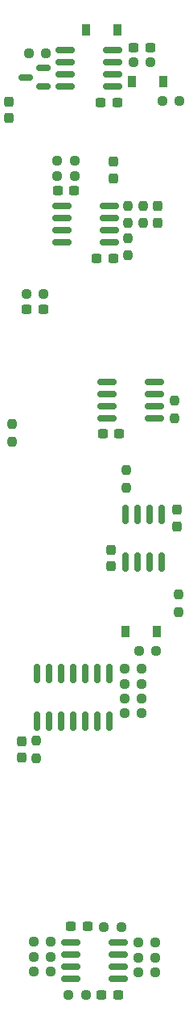
<source format=gbr>
%TF.GenerationSoftware,KiCad,Pcbnew,6.0.11+dfsg-1~bpo11+1*%
%TF.CreationDate,2023-06-07T14:09:25+08:00*%
%TF.ProjectId,MiniSNH v1.0 - Main,4d696e69-534e-4482-9076-312e30202d20,rev?*%
%TF.SameCoordinates,Original*%
%TF.FileFunction,Paste,Bot*%
%TF.FilePolarity,Positive*%
%FSLAX46Y46*%
G04 Gerber Fmt 4.6, Leading zero omitted, Abs format (unit mm)*
G04 Created by KiCad (PCBNEW 6.0.11+dfsg-1~bpo11+1) date 2023-06-07 14:09:25*
%MOMM*%
%LPD*%
G01*
G04 APERTURE LIST*
G04 Aperture macros list*
%AMRoundRect*
0 Rectangle with rounded corners*
0 $1 Rounding radius*
0 $2 $3 $4 $5 $6 $7 $8 $9 X,Y pos of 4 corners*
0 Add a 4 corners polygon primitive as box body*
4,1,4,$2,$3,$4,$5,$6,$7,$8,$9,$2,$3,0*
0 Add four circle primitives for the rounded corners*
1,1,$1+$1,$2,$3*
1,1,$1+$1,$4,$5*
1,1,$1+$1,$6,$7*
1,1,$1+$1,$8,$9*
0 Add four rect primitives between the rounded corners*
20,1,$1+$1,$2,$3,$4,$5,0*
20,1,$1+$1,$4,$5,$6,$7,0*
20,1,$1+$1,$6,$7,$8,$9,0*
20,1,$1+$1,$8,$9,$2,$3,0*%
G04 Aperture macros list end*
%ADD10RoundRect,0.237500X-0.300000X-0.237500X0.300000X-0.237500X0.300000X0.237500X-0.300000X0.237500X0*%
%ADD11RoundRect,0.237500X0.300000X0.237500X-0.300000X0.237500X-0.300000X-0.237500X0.300000X-0.237500X0*%
%ADD12RoundRect,0.237500X-0.250000X-0.237500X0.250000X-0.237500X0.250000X0.237500X-0.250000X0.237500X0*%
%ADD13RoundRect,0.237500X0.250000X0.237500X-0.250000X0.237500X-0.250000X-0.237500X0.250000X-0.237500X0*%
%ADD14RoundRect,0.150000X0.825000X0.150000X-0.825000X0.150000X-0.825000X-0.150000X0.825000X-0.150000X0*%
%ADD15RoundRect,0.237500X-0.237500X0.300000X-0.237500X-0.300000X0.237500X-0.300000X0.237500X0.300000X0*%
%ADD16RoundRect,0.237500X0.237500X-0.250000X0.237500X0.250000X-0.237500X0.250000X-0.237500X-0.250000X0*%
%ADD17RoundRect,0.150000X-0.150000X0.825000X-0.150000X-0.825000X0.150000X-0.825000X0.150000X0.825000X0*%
%ADD18R,0.900000X1.200000*%
%ADD19RoundRect,0.237500X0.237500X-0.300000X0.237500X0.300000X-0.237500X0.300000X-0.237500X-0.300000X0*%
%ADD20RoundRect,0.150000X0.587500X0.150000X-0.587500X0.150000X-0.587500X-0.150000X0.587500X-0.150000X0*%
%ADD21RoundRect,0.237500X-0.237500X0.250000X-0.237500X-0.250000X0.237500X-0.250000X0.237500X0.250000X0*%
G04 APERTURE END LIST*
D10*
%TO.C,C17*%
X145662500Y-71400000D03*
X147387500Y-71400000D03*
%TD*%
D11*
%TO.C,C4*%
X139587500Y-93075000D03*
X137862500Y-93075000D03*
%TD*%
D12*
%TO.C,R22*%
X149587500Y-159450000D03*
X151412500Y-159450000D03*
%TD*%
D10*
%TO.C,C2*%
X141137500Y-80650000D03*
X142862500Y-80650000D03*
%TD*%
D13*
%TO.C,R13*%
X149962500Y-132375000D03*
X148137500Y-132375000D03*
%TD*%
D14*
%TO.C,U1*%
X146525000Y-82295000D03*
X146525000Y-83565000D03*
X146525000Y-84835000D03*
X146525000Y-86105000D03*
X141575000Y-86105000D03*
X141575000Y-84835000D03*
X141575000Y-83565000D03*
X141575000Y-82295000D03*
%TD*%
%TO.C,U3*%
X147475000Y-159510000D03*
X147475000Y-160780000D03*
X147475000Y-162050000D03*
X147475000Y-163320000D03*
X142525000Y-163320000D03*
X142525000Y-162050000D03*
X142525000Y-160780000D03*
X142525000Y-159510000D03*
%TD*%
D13*
%TO.C,R10*%
X149962500Y-133900000D03*
X148137500Y-133900000D03*
%TD*%
D15*
%TO.C,C11*%
X146700000Y-118312500D03*
X146700000Y-120037500D03*
%TD*%
D16*
%TO.C,R4*%
X150100000Y-84062500D03*
X150100000Y-82237500D03*
%TD*%
D12*
%TO.C,R15*%
X138587500Y-162550000D03*
X140412500Y-162550000D03*
%TD*%
D17*
%TO.C,U4*%
X138940000Y-131300000D03*
X140210000Y-131300000D03*
X141480000Y-131300000D03*
X142750000Y-131300000D03*
X144020000Y-131300000D03*
X145290000Y-131300000D03*
X146560000Y-131300000D03*
X146560000Y-136250000D03*
X145290000Y-136250000D03*
X144020000Y-136250000D03*
X142750000Y-136250000D03*
X141480000Y-136250000D03*
X140210000Y-136250000D03*
X138940000Y-136250000D03*
%TD*%
D12*
%TO.C,R23*%
X152137500Y-71250000D03*
X153962500Y-71250000D03*
%TD*%
D11*
%TO.C,C14*%
X147462500Y-165000000D03*
X145737500Y-165000000D03*
%TD*%
D18*
%TO.C,D5*%
X147400000Y-63800000D03*
X144100000Y-63800000D03*
%TD*%
D16*
%TO.C,R8*%
X138900000Y-140162500D03*
X138900000Y-138337500D03*
%TD*%
D13*
%TO.C,R19*%
X140412500Y-159400000D03*
X138587500Y-159400000D03*
%TD*%
D18*
%TO.C,D1*%
X151550000Y-126900000D03*
X148250000Y-126900000D03*
%TD*%
D19*
%TO.C,C15*%
X137350000Y-140112500D03*
X137350000Y-138387500D03*
%TD*%
D20*
%TO.C,Q3*%
X139662500Y-67825000D03*
X139662500Y-69725000D03*
X137787500Y-68775000D03*
%TD*%
D19*
%TO.C,C3*%
X151650000Y-84012500D03*
X151650000Y-82287500D03*
%TD*%
D21*
%TO.C,R27*%
X153400000Y-102687500D03*
X153400000Y-104512500D03*
%TD*%
D13*
%TO.C,R2*%
X142912500Y-79100000D03*
X141087500Y-79100000D03*
%TD*%
D14*
%TO.C,U5*%
X146900000Y-65895000D03*
X146900000Y-67165000D03*
X146900000Y-68435000D03*
X146900000Y-69705000D03*
X141950000Y-69705000D03*
X141950000Y-68435000D03*
X141950000Y-67165000D03*
X141950000Y-65895000D03*
%TD*%
D13*
%TO.C,R14*%
X144112500Y-165000000D03*
X142287500Y-165000000D03*
%TD*%
D12*
%TO.C,R20*%
X149075000Y-67200000D03*
X150900000Y-67200000D03*
%TD*%
D16*
%TO.C,R29*%
X148363750Y-111812500D03*
X148363750Y-109987500D03*
%TD*%
D12*
%TO.C,R9*%
X149687500Y-128900000D03*
X151512500Y-128900000D03*
%TD*%
D11*
%TO.C,C8*%
X147612500Y-106150000D03*
X145887500Y-106150000D03*
%TD*%
D21*
%TO.C,R5*%
X148550000Y-82237500D03*
X148550000Y-84062500D03*
%TD*%
D15*
%TO.C,C12*%
X153700000Y-114137500D03*
X153700000Y-115862500D03*
%TD*%
%TO.C,C18*%
X136000000Y-71337500D03*
X136000000Y-73062500D03*
%TD*%
D13*
%TO.C,R1*%
X142912500Y-77550000D03*
X141087500Y-77550000D03*
%TD*%
D14*
%TO.C,U6*%
X151275000Y-100695000D03*
X151275000Y-101965000D03*
X151275000Y-103235000D03*
X151275000Y-104505000D03*
X146325000Y-104505000D03*
X146325000Y-103235000D03*
X146325000Y-101965000D03*
X146325000Y-100695000D03*
%TD*%
D13*
%TO.C,R21*%
X151412500Y-161050000D03*
X149587500Y-161050000D03*
%TD*%
D21*
%TO.C,R3*%
X148550000Y-85637500D03*
X148550000Y-87462500D03*
%TD*%
D13*
%TO.C,R7*%
X139637500Y-91525000D03*
X137812500Y-91525000D03*
%TD*%
%TO.C,R16*%
X147812500Y-157850000D03*
X145987500Y-157850000D03*
%TD*%
D11*
%TO.C,C10*%
X146962500Y-87750000D03*
X145237500Y-87750000D03*
%TD*%
D15*
%TO.C,C9*%
X147000000Y-77637500D03*
X147000000Y-79362500D03*
%TD*%
D13*
%TO.C,R17*%
X151412500Y-162650000D03*
X149587500Y-162650000D03*
%TD*%
%TO.C,R24*%
X139887500Y-66275000D03*
X138062500Y-66275000D03*
%TD*%
%TO.C,R28*%
X149962500Y-130800000D03*
X148137500Y-130800000D03*
%TD*%
D21*
%TO.C,R11*%
X136350000Y-105137500D03*
X136350000Y-106962500D03*
%TD*%
%TO.C,R6*%
X153850000Y-122987500D03*
X153850000Y-124812500D03*
%TD*%
D18*
%TO.C,D4*%
X148975000Y-69200000D03*
X152275000Y-69200000D03*
%TD*%
D11*
%TO.C,C7*%
X150850000Y-65700000D03*
X149125000Y-65700000D03*
%TD*%
D17*
%TO.C,U2*%
X148295000Y-114625000D03*
X149565000Y-114625000D03*
X150835000Y-114625000D03*
X152105000Y-114625000D03*
X152105000Y-119575000D03*
X150835000Y-119575000D03*
X149565000Y-119575000D03*
X148295000Y-119575000D03*
%TD*%
D12*
%TO.C,R18*%
X138587500Y-161000000D03*
X140412500Y-161000000D03*
%TD*%
%TO.C,R12*%
X148137500Y-135450000D03*
X149962500Y-135450000D03*
%TD*%
D10*
%TO.C,C13*%
X142537500Y-157825000D03*
X144262500Y-157825000D03*
%TD*%
M02*

</source>
